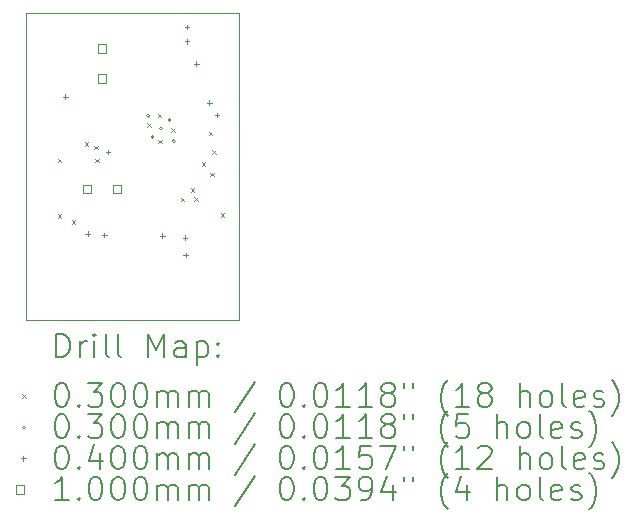
<source format=gbr>
%FSLAX45Y45*%
G04 Gerber Fmt 4.5, Leading zero omitted, Abs format (unit mm)*
G04 Created by KiCad (PCBNEW (6.0.5)) date 2023-11-29 10:09:19*
%MOMM*%
%LPD*%
G01*
G04 APERTURE LIST*
%TA.AperFunction,Profile*%
%ADD10C,0.100000*%
%TD*%
%ADD11C,0.200000*%
%ADD12C,0.030000*%
%ADD13C,0.040000*%
%ADD14C,0.100000*%
G04 APERTURE END LIST*
D10*
X12660000Y-7320000D02*
X14460000Y-7320000D01*
X14460000Y-7320000D02*
X14460000Y-9920000D01*
X14460000Y-9920000D02*
X12660000Y-9920000D01*
X12660000Y-9920000D02*
X12660000Y-7320000D01*
D11*
D12*
X12925000Y-8555000D02*
X12955000Y-8585000D01*
X12955000Y-8555000D02*
X12925000Y-8585000D01*
X12925000Y-9025000D02*
X12955000Y-9055000D01*
X12955000Y-9025000D02*
X12925000Y-9055000D01*
X13045000Y-9075000D02*
X13075000Y-9105000D01*
X13075000Y-9075000D02*
X13045000Y-9105000D01*
X13155000Y-8415000D02*
X13185000Y-8445000D01*
X13185000Y-8415000D02*
X13155000Y-8445000D01*
X13235000Y-8445000D02*
X13265000Y-8475000D01*
X13265000Y-8445000D02*
X13235000Y-8475000D01*
X13245000Y-8555000D02*
X13275000Y-8585000D01*
X13275000Y-8555000D02*
X13245000Y-8585000D01*
X13685000Y-8255000D02*
X13715000Y-8285000D01*
X13715000Y-8255000D02*
X13685000Y-8285000D01*
X13770627Y-8174135D02*
X13800627Y-8204135D01*
X13800627Y-8174135D02*
X13770627Y-8204135D01*
X13777166Y-8392834D02*
X13807166Y-8422834D01*
X13807166Y-8392834D02*
X13777166Y-8422834D01*
X13885000Y-8295000D02*
X13915000Y-8325000D01*
X13915000Y-8295000D02*
X13885000Y-8325000D01*
X13965000Y-8885000D02*
X13995000Y-8915000D01*
X13995000Y-8885000D02*
X13965000Y-8915000D01*
X14052450Y-8805000D02*
X14082450Y-8835000D01*
X14082450Y-8805000D02*
X14052450Y-8835000D01*
X14082912Y-8882912D02*
X14112912Y-8912912D01*
X14112912Y-8882912D02*
X14082912Y-8912912D01*
X14145000Y-8585000D02*
X14175000Y-8615000D01*
X14175000Y-8585000D02*
X14145000Y-8615000D01*
X14205000Y-8325000D02*
X14235000Y-8355000D01*
X14235000Y-8325000D02*
X14205000Y-8355000D01*
X14215000Y-8675000D02*
X14245000Y-8705000D01*
X14245000Y-8675000D02*
X14215000Y-8705000D01*
X14235000Y-8485000D02*
X14265000Y-8515000D01*
X14265000Y-8485000D02*
X14235000Y-8515000D01*
X14305000Y-9015000D02*
X14335000Y-9045000D01*
X14335000Y-9015000D02*
X14305000Y-9045000D01*
X13707166Y-8192166D02*
G75*
G03*
X13707166Y-8192166I-15000J0D01*
G01*
X13742522Y-8372478D02*
G75*
G03*
X13742522Y-8372478I-15000J0D01*
G01*
X13815000Y-8300000D02*
G75*
G03*
X13815000Y-8300000I-15000J0D01*
G01*
X13887478Y-8227522D02*
G75*
G03*
X13887478Y-8227522I-15000J0D01*
G01*
X13922834Y-8407834D02*
G75*
G03*
X13922834Y-8407834I-15000J0D01*
G01*
D13*
X12990000Y-8010000D02*
X12990000Y-8050000D01*
X12970000Y-8030000D02*
X13010000Y-8030000D01*
X13180000Y-9170000D02*
X13180000Y-9210000D01*
X13160000Y-9190000D02*
X13200000Y-9190000D01*
X13320000Y-9180000D02*
X13320000Y-9220000D01*
X13300000Y-9200000D02*
X13340000Y-9200000D01*
X13351300Y-8477900D02*
X13351300Y-8517900D01*
X13331300Y-8497900D02*
X13371300Y-8497900D01*
X13810000Y-9185050D02*
X13810000Y-9225050D01*
X13790000Y-9205050D02*
X13830000Y-9205050D01*
X14002694Y-9202694D02*
X14002694Y-9242694D01*
X13982694Y-9222694D02*
X14022694Y-9222694D01*
X14010000Y-9350000D02*
X14010000Y-9390000D01*
X13990000Y-9370000D02*
X14030000Y-9370000D01*
X14020000Y-7420000D02*
X14020000Y-7460000D01*
X14000000Y-7440000D02*
X14040000Y-7440000D01*
X14020000Y-7540000D02*
X14020000Y-7580000D01*
X14000000Y-7560000D02*
X14040000Y-7560000D01*
X14100000Y-7730000D02*
X14100000Y-7770000D01*
X14080000Y-7750000D02*
X14120000Y-7750000D01*
X14210000Y-8060000D02*
X14210000Y-8100000D01*
X14190000Y-8080000D02*
X14230000Y-8080000D01*
X14275000Y-8165000D02*
X14275000Y-8205000D01*
X14255000Y-8185000D02*
X14295000Y-8185000D01*
D14*
X13208356Y-8845356D02*
X13208356Y-8774644D01*
X13137644Y-8774644D01*
X13137644Y-8845356D01*
X13208356Y-8845356D01*
X13335356Y-7658356D02*
X13335356Y-7587644D01*
X13264644Y-7587644D01*
X13264644Y-7658356D01*
X13335356Y-7658356D01*
X13335356Y-7912356D02*
X13335356Y-7841644D01*
X13264644Y-7841644D01*
X13264644Y-7912356D01*
X13335356Y-7912356D01*
X13462356Y-8845356D02*
X13462356Y-8774644D01*
X13391644Y-8774644D01*
X13391644Y-8845356D01*
X13462356Y-8845356D01*
D11*
X12912619Y-10235476D02*
X12912619Y-10035476D01*
X12960238Y-10035476D01*
X12988809Y-10045000D01*
X13007857Y-10064048D01*
X13017381Y-10083095D01*
X13026905Y-10121190D01*
X13026905Y-10149762D01*
X13017381Y-10187857D01*
X13007857Y-10206905D01*
X12988809Y-10225952D01*
X12960238Y-10235476D01*
X12912619Y-10235476D01*
X13112619Y-10235476D02*
X13112619Y-10102143D01*
X13112619Y-10140238D02*
X13122143Y-10121190D01*
X13131667Y-10111667D01*
X13150714Y-10102143D01*
X13169762Y-10102143D01*
X13236428Y-10235476D02*
X13236428Y-10102143D01*
X13236428Y-10035476D02*
X13226905Y-10045000D01*
X13236428Y-10054524D01*
X13245952Y-10045000D01*
X13236428Y-10035476D01*
X13236428Y-10054524D01*
X13360238Y-10235476D02*
X13341190Y-10225952D01*
X13331667Y-10206905D01*
X13331667Y-10035476D01*
X13465000Y-10235476D02*
X13445952Y-10225952D01*
X13436428Y-10206905D01*
X13436428Y-10035476D01*
X13693571Y-10235476D02*
X13693571Y-10035476D01*
X13760238Y-10178333D01*
X13826905Y-10035476D01*
X13826905Y-10235476D01*
X14007857Y-10235476D02*
X14007857Y-10130714D01*
X13998333Y-10111667D01*
X13979286Y-10102143D01*
X13941190Y-10102143D01*
X13922143Y-10111667D01*
X14007857Y-10225952D02*
X13988809Y-10235476D01*
X13941190Y-10235476D01*
X13922143Y-10225952D01*
X13912619Y-10206905D01*
X13912619Y-10187857D01*
X13922143Y-10168810D01*
X13941190Y-10159286D01*
X13988809Y-10159286D01*
X14007857Y-10149762D01*
X14103095Y-10102143D02*
X14103095Y-10302143D01*
X14103095Y-10111667D02*
X14122143Y-10102143D01*
X14160238Y-10102143D01*
X14179286Y-10111667D01*
X14188809Y-10121190D01*
X14198333Y-10140238D01*
X14198333Y-10197381D01*
X14188809Y-10216429D01*
X14179286Y-10225952D01*
X14160238Y-10235476D01*
X14122143Y-10235476D01*
X14103095Y-10225952D01*
X14284048Y-10216429D02*
X14293571Y-10225952D01*
X14284048Y-10235476D01*
X14274524Y-10225952D01*
X14284048Y-10216429D01*
X14284048Y-10235476D01*
X14284048Y-10111667D02*
X14293571Y-10121190D01*
X14284048Y-10130714D01*
X14274524Y-10121190D01*
X14284048Y-10111667D01*
X14284048Y-10130714D01*
D12*
X12625000Y-10550000D02*
X12655000Y-10580000D01*
X12655000Y-10550000D02*
X12625000Y-10580000D01*
D11*
X12950714Y-10455476D02*
X12969762Y-10455476D01*
X12988809Y-10465000D01*
X12998333Y-10474524D01*
X13007857Y-10493571D01*
X13017381Y-10531667D01*
X13017381Y-10579286D01*
X13007857Y-10617381D01*
X12998333Y-10636429D01*
X12988809Y-10645952D01*
X12969762Y-10655476D01*
X12950714Y-10655476D01*
X12931667Y-10645952D01*
X12922143Y-10636429D01*
X12912619Y-10617381D01*
X12903095Y-10579286D01*
X12903095Y-10531667D01*
X12912619Y-10493571D01*
X12922143Y-10474524D01*
X12931667Y-10465000D01*
X12950714Y-10455476D01*
X13103095Y-10636429D02*
X13112619Y-10645952D01*
X13103095Y-10655476D01*
X13093571Y-10645952D01*
X13103095Y-10636429D01*
X13103095Y-10655476D01*
X13179286Y-10455476D02*
X13303095Y-10455476D01*
X13236428Y-10531667D01*
X13265000Y-10531667D01*
X13284048Y-10541190D01*
X13293571Y-10550714D01*
X13303095Y-10569762D01*
X13303095Y-10617381D01*
X13293571Y-10636429D01*
X13284048Y-10645952D01*
X13265000Y-10655476D01*
X13207857Y-10655476D01*
X13188809Y-10645952D01*
X13179286Y-10636429D01*
X13426905Y-10455476D02*
X13445952Y-10455476D01*
X13465000Y-10465000D01*
X13474524Y-10474524D01*
X13484048Y-10493571D01*
X13493571Y-10531667D01*
X13493571Y-10579286D01*
X13484048Y-10617381D01*
X13474524Y-10636429D01*
X13465000Y-10645952D01*
X13445952Y-10655476D01*
X13426905Y-10655476D01*
X13407857Y-10645952D01*
X13398333Y-10636429D01*
X13388809Y-10617381D01*
X13379286Y-10579286D01*
X13379286Y-10531667D01*
X13388809Y-10493571D01*
X13398333Y-10474524D01*
X13407857Y-10465000D01*
X13426905Y-10455476D01*
X13617381Y-10455476D02*
X13636428Y-10455476D01*
X13655476Y-10465000D01*
X13665000Y-10474524D01*
X13674524Y-10493571D01*
X13684048Y-10531667D01*
X13684048Y-10579286D01*
X13674524Y-10617381D01*
X13665000Y-10636429D01*
X13655476Y-10645952D01*
X13636428Y-10655476D01*
X13617381Y-10655476D01*
X13598333Y-10645952D01*
X13588809Y-10636429D01*
X13579286Y-10617381D01*
X13569762Y-10579286D01*
X13569762Y-10531667D01*
X13579286Y-10493571D01*
X13588809Y-10474524D01*
X13598333Y-10465000D01*
X13617381Y-10455476D01*
X13769762Y-10655476D02*
X13769762Y-10522143D01*
X13769762Y-10541190D02*
X13779286Y-10531667D01*
X13798333Y-10522143D01*
X13826905Y-10522143D01*
X13845952Y-10531667D01*
X13855476Y-10550714D01*
X13855476Y-10655476D01*
X13855476Y-10550714D02*
X13865000Y-10531667D01*
X13884048Y-10522143D01*
X13912619Y-10522143D01*
X13931667Y-10531667D01*
X13941190Y-10550714D01*
X13941190Y-10655476D01*
X14036428Y-10655476D02*
X14036428Y-10522143D01*
X14036428Y-10541190D02*
X14045952Y-10531667D01*
X14065000Y-10522143D01*
X14093571Y-10522143D01*
X14112619Y-10531667D01*
X14122143Y-10550714D01*
X14122143Y-10655476D01*
X14122143Y-10550714D02*
X14131667Y-10531667D01*
X14150714Y-10522143D01*
X14179286Y-10522143D01*
X14198333Y-10531667D01*
X14207857Y-10550714D01*
X14207857Y-10655476D01*
X14598333Y-10445952D02*
X14426905Y-10703095D01*
X14855476Y-10455476D02*
X14874524Y-10455476D01*
X14893571Y-10465000D01*
X14903095Y-10474524D01*
X14912619Y-10493571D01*
X14922143Y-10531667D01*
X14922143Y-10579286D01*
X14912619Y-10617381D01*
X14903095Y-10636429D01*
X14893571Y-10645952D01*
X14874524Y-10655476D01*
X14855476Y-10655476D01*
X14836428Y-10645952D01*
X14826905Y-10636429D01*
X14817381Y-10617381D01*
X14807857Y-10579286D01*
X14807857Y-10531667D01*
X14817381Y-10493571D01*
X14826905Y-10474524D01*
X14836428Y-10465000D01*
X14855476Y-10455476D01*
X15007857Y-10636429D02*
X15017381Y-10645952D01*
X15007857Y-10655476D01*
X14998333Y-10645952D01*
X15007857Y-10636429D01*
X15007857Y-10655476D01*
X15141190Y-10455476D02*
X15160238Y-10455476D01*
X15179286Y-10465000D01*
X15188809Y-10474524D01*
X15198333Y-10493571D01*
X15207857Y-10531667D01*
X15207857Y-10579286D01*
X15198333Y-10617381D01*
X15188809Y-10636429D01*
X15179286Y-10645952D01*
X15160238Y-10655476D01*
X15141190Y-10655476D01*
X15122143Y-10645952D01*
X15112619Y-10636429D01*
X15103095Y-10617381D01*
X15093571Y-10579286D01*
X15093571Y-10531667D01*
X15103095Y-10493571D01*
X15112619Y-10474524D01*
X15122143Y-10465000D01*
X15141190Y-10455476D01*
X15398333Y-10655476D02*
X15284048Y-10655476D01*
X15341190Y-10655476D02*
X15341190Y-10455476D01*
X15322143Y-10484048D01*
X15303095Y-10503095D01*
X15284048Y-10512619D01*
X15588809Y-10655476D02*
X15474524Y-10655476D01*
X15531667Y-10655476D02*
X15531667Y-10455476D01*
X15512619Y-10484048D01*
X15493571Y-10503095D01*
X15474524Y-10512619D01*
X15703095Y-10541190D02*
X15684048Y-10531667D01*
X15674524Y-10522143D01*
X15665000Y-10503095D01*
X15665000Y-10493571D01*
X15674524Y-10474524D01*
X15684048Y-10465000D01*
X15703095Y-10455476D01*
X15741190Y-10455476D01*
X15760238Y-10465000D01*
X15769762Y-10474524D01*
X15779286Y-10493571D01*
X15779286Y-10503095D01*
X15769762Y-10522143D01*
X15760238Y-10531667D01*
X15741190Y-10541190D01*
X15703095Y-10541190D01*
X15684048Y-10550714D01*
X15674524Y-10560238D01*
X15665000Y-10579286D01*
X15665000Y-10617381D01*
X15674524Y-10636429D01*
X15684048Y-10645952D01*
X15703095Y-10655476D01*
X15741190Y-10655476D01*
X15760238Y-10645952D01*
X15769762Y-10636429D01*
X15779286Y-10617381D01*
X15779286Y-10579286D01*
X15769762Y-10560238D01*
X15760238Y-10550714D01*
X15741190Y-10541190D01*
X15855476Y-10455476D02*
X15855476Y-10493571D01*
X15931667Y-10455476D02*
X15931667Y-10493571D01*
X16226905Y-10731667D02*
X16217381Y-10722143D01*
X16198333Y-10693571D01*
X16188809Y-10674524D01*
X16179286Y-10645952D01*
X16169762Y-10598333D01*
X16169762Y-10560238D01*
X16179286Y-10512619D01*
X16188809Y-10484048D01*
X16198333Y-10465000D01*
X16217381Y-10436429D01*
X16226905Y-10426905D01*
X16407857Y-10655476D02*
X16293571Y-10655476D01*
X16350714Y-10655476D02*
X16350714Y-10455476D01*
X16331667Y-10484048D01*
X16312619Y-10503095D01*
X16293571Y-10512619D01*
X16522143Y-10541190D02*
X16503095Y-10531667D01*
X16493571Y-10522143D01*
X16484048Y-10503095D01*
X16484048Y-10493571D01*
X16493571Y-10474524D01*
X16503095Y-10465000D01*
X16522143Y-10455476D01*
X16560238Y-10455476D01*
X16579286Y-10465000D01*
X16588809Y-10474524D01*
X16598333Y-10493571D01*
X16598333Y-10503095D01*
X16588809Y-10522143D01*
X16579286Y-10531667D01*
X16560238Y-10541190D01*
X16522143Y-10541190D01*
X16503095Y-10550714D01*
X16493571Y-10560238D01*
X16484048Y-10579286D01*
X16484048Y-10617381D01*
X16493571Y-10636429D01*
X16503095Y-10645952D01*
X16522143Y-10655476D01*
X16560238Y-10655476D01*
X16579286Y-10645952D01*
X16588809Y-10636429D01*
X16598333Y-10617381D01*
X16598333Y-10579286D01*
X16588809Y-10560238D01*
X16579286Y-10550714D01*
X16560238Y-10541190D01*
X16836429Y-10655476D02*
X16836429Y-10455476D01*
X16922143Y-10655476D02*
X16922143Y-10550714D01*
X16912619Y-10531667D01*
X16893571Y-10522143D01*
X16865000Y-10522143D01*
X16845952Y-10531667D01*
X16836429Y-10541190D01*
X17045952Y-10655476D02*
X17026905Y-10645952D01*
X17017381Y-10636429D01*
X17007857Y-10617381D01*
X17007857Y-10560238D01*
X17017381Y-10541190D01*
X17026905Y-10531667D01*
X17045952Y-10522143D01*
X17074524Y-10522143D01*
X17093571Y-10531667D01*
X17103095Y-10541190D01*
X17112619Y-10560238D01*
X17112619Y-10617381D01*
X17103095Y-10636429D01*
X17093571Y-10645952D01*
X17074524Y-10655476D01*
X17045952Y-10655476D01*
X17226905Y-10655476D02*
X17207857Y-10645952D01*
X17198333Y-10626905D01*
X17198333Y-10455476D01*
X17379286Y-10645952D02*
X17360238Y-10655476D01*
X17322143Y-10655476D01*
X17303095Y-10645952D01*
X17293571Y-10626905D01*
X17293571Y-10550714D01*
X17303095Y-10531667D01*
X17322143Y-10522143D01*
X17360238Y-10522143D01*
X17379286Y-10531667D01*
X17388810Y-10550714D01*
X17388810Y-10569762D01*
X17293571Y-10588810D01*
X17465000Y-10645952D02*
X17484048Y-10655476D01*
X17522143Y-10655476D01*
X17541190Y-10645952D01*
X17550714Y-10626905D01*
X17550714Y-10617381D01*
X17541190Y-10598333D01*
X17522143Y-10588810D01*
X17493571Y-10588810D01*
X17474524Y-10579286D01*
X17465000Y-10560238D01*
X17465000Y-10550714D01*
X17474524Y-10531667D01*
X17493571Y-10522143D01*
X17522143Y-10522143D01*
X17541190Y-10531667D01*
X17617381Y-10731667D02*
X17626905Y-10722143D01*
X17645952Y-10693571D01*
X17655476Y-10674524D01*
X17665000Y-10645952D01*
X17674524Y-10598333D01*
X17674524Y-10560238D01*
X17665000Y-10512619D01*
X17655476Y-10484048D01*
X17645952Y-10465000D01*
X17626905Y-10436429D01*
X17617381Y-10426905D01*
D12*
X12655000Y-10829000D02*
G75*
G03*
X12655000Y-10829000I-15000J0D01*
G01*
D11*
X12950714Y-10719476D02*
X12969762Y-10719476D01*
X12988809Y-10729000D01*
X12998333Y-10738524D01*
X13007857Y-10757571D01*
X13017381Y-10795667D01*
X13017381Y-10843286D01*
X13007857Y-10881381D01*
X12998333Y-10900429D01*
X12988809Y-10909952D01*
X12969762Y-10919476D01*
X12950714Y-10919476D01*
X12931667Y-10909952D01*
X12922143Y-10900429D01*
X12912619Y-10881381D01*
X12903095Y-10843286D01*
X12903095Y-10795667D01*
X12912619Y-10757571D01*
X12922143Y-10738524D01*
X12931667Y-10729000D01*
X12950714Y-10719476D01*
X13103095Y-10900429D02*
X13112619Y-10909952D01*
X13103095Y-10919476D01*
X13093571Y-10909952D01*
X13103095Y-10900429D01*
X13103095Y-10919476D01*
X13179286Y-10719476D02*
X13303095Y-10719476D01*
X13236428Y-10795667D01*
X13265000Y-10795667D01*
X13284048Y-10805190D01*
X13293571Y-10814714D01*
X13303095Y-10833762D01*
X13303095Y-10881381D01*
X13293571Y-10900429D01*
X13284048Y-10909952D01*
X13265000Y-10919476D01*
X13207857Y-10919476D01*
X13188809Y-10909952D01*
X13179286Y-10900429D01*
X13426905Y-10719476D02*
X13445952Y-10719476D01*
X13465000Y-10729000D01*
X13474524Y-10738524D01*
X13484048Y-10757571D01*
X13493571Y-10795667D01*
X13493571Y-10843286D01*
X13484048Y-10881381D01*
X13474524Y-10900429D01*
X13465000Y-10909952D01*
X13445952Y-10919476D01*
X13426905Y-10919476D01*
X13407857Y-10909952D01*
X13398333Y-10900429D01*
X13388809Y-10881381D01*
X13379286Y-10843286D01*
X13379286Y-10795667D01*
X13388809Y-10757571D01*
X13398333Y-10738524D01*
X13407857Y-10729000D01*
X13426905Y-10719476D01*
X13617381Y-10719476D02*
X13636428Y-10719476D01*
X13655476Y-10729000D01*
X13665000Y-10738524D01*
X13674524Y-10757571D01*
X13684048Y-10795667D01*
X13684048Y-10843286D01*
X13674524Y-10881381D01*
X13665000Y-10900429D01*
X13655476Y-10909952D01*
X13636428Y-10919476D01*
X13617381Y-10919476D01*
X13598333Y-10909952D01*
X13588809Y-10900429D01*
X13579286Y-10881381D01*
X13569762Y-10843286D01*
X13569762Y-10795667D01*
X13579286Y-10757571D01*
X13588809Y-10738524D01*
X13598333Y-10729000D01*
X13617381Y-10719476D01*
X13769762Y-10919476D02*
X13769762Y-10786143D01*
X13769762Y-10805190D02*
X13779286Y-10795667D01*
X13798333Y-10786143D01*
X13826905Y-10786143D01*
X13845952Y-10795667D01*
X13855476Y-10814714D01*
X13855476Y-10919476D01*
X13855476Y-10814714D02*
X13865000Y-10795667D01*
X13884048Y-10786143D01*
X13912619Y-10786143D01*
X13931667Y-10795667D01*
X13941190Y-10814714D01*
X13941190Y-10919476D01*
X14036428Y-10919476D02*
X14036428Y-10786143D01*
X14036428Y-10805190D02*
X14045952Y-10795667D01*
X14065000Y-10786143D01*
X14093571Y-10786143D01*
X14112619Y-10795667D01*
X14122143Y-10814714D01*
X14122143Y-10919476D01*
X14122143Y-10814714D02*
X14131667Y-10795667D01*
X14150714Y-10786143D01*
X14179286Y-10786143D01*
X14198333Y-10795667D01*
X14207857Y-10814714D01*
X14207857Y-10919476D01*
X14598333Y-10709952D02*
X14426905Y-10967095D01*
X14855476Y-10719476D02*
X14874524Y-10719476D01*
X14893571Y-10729000D01*
X14903095Y-10738524D01*
X14912619Y-10757571D01*
X14922143Y-10795667D01*
X14922143Y-10843286D01*
X14912619Y-10881381D01*
X14903095Y-10900429D01*
X14893571Y-10909952D01*
X14874524Y-10919476D01*
X14855476Y-10919476D01*
X14836428Y-10909952D01*
X14826905Y-10900429D01*
X14817381Y-10881381D01*
X14807857Y-10843286D01*
X14807857Y-10795667D01*
X14817381Y-10757571D01*
X14826905Y-10738524D01*
X14836428Y-10729000D01*
X14855476Y-10719476D01*
X15007857Y-10900429D02*
X15017381Y-10909952D01*
X15007857Y-10919476D01*
X14998333Y-10909952D01*
X15007857Y-10900429D01*
X15007857Y-10919476D01*
X15141190Y-10719476D02*
X15160238Y-10719476D01*
X15179286Y-10729000D01*
X15188809Y-10738524D01*
X15198333Y-10757571D01*
X15207857Y-10795667D01*
X15207857Y-10843286D01*
X15198333Y-10881381D01*
X15188809Y-10900429D01*
X15179286Y-10909952D01*
X15160238Y-10919476D01*
X15141190Y-10919476D01*
X15122143Y-10909952D01*
X15112619Y-10900429D01*
X15103095Y-10881381D01*
X15093571Y-10843286D01*
X15093571Y-10795667D01*
X15103095Y-10757571D01*
X15112619Y-10738524D01*
X15122143Y-10729000D01*
X15141190Y-10719476D01*
X15398333Y-10919476D02*
X15284048Y-10919476D01*
X15341190Y-10919476D02*
X15341190Y-10719476D01*
X15322143Y-10748048D01*
X15303095Y-10767095D01*
X15284048Y-10776619D01*
X15588809Y-10919476D02*
X15474524Y-10919476D01*
X15531667Y-10919476D02*
X15531667Y-10719476D01*
X15512619Y-10748048D01*
X15493571Y-10767095D01*
X15474524Y-10776619D01*
X15703095Y-10805190D02*
X15684048Y-10795667D01*
X15674524Y-10786143D01*
X15665000Y-10767095D01*
X15665000Y-10757571D01*
X15674524Y-10738524D01*
X15684048Y-10729000D01*
X15703095Y-10719476D01*
X15741190Y-10719476D01*
X15760238Y-10729000D01*
X15769762Y-10738524D01*
X15779286Y-10757571D01*
X15779286Y-10767095D01*
X15769762Y-10786143D01*
X15760238Y-10795667D01*
X15741190Y-10805190D01*
X15703095Y-10805190D01*
X15684048Y-10814714D01*
X15674524Y-10824238D01*
X15665000Y-10843286D01*
X15665000Y-10881381D01*
X15674524Y-10900429D01*
X15684048Y-10909952D01*
X15703095Y-10919476D01*
X15741190Y-10919476D01*
X15760238Y-10909952D01*
X15769762Y-10900429D01*
X15779286Y-10881381D01*
X15779286Y-10843286D01*
X15769762Y-10824238D01*
X15760238Y-10814714D01*
X15741190Y-10805190D01*
X15855476Y-10719476D02*
X15855476Y-10757571D01*
X15931667Y-10719476D02*
X15931667Y-10757571D01*
X16226905Y-10995667D02*
X16217381Y-10986143D01*
X16198333Y-10957571D01*
X16188809Y-10938524D01*
X16179286Y-10909952D01*
X16169762Y-10862333D01*
X16169762Y-10824238D01*
X16179286Y-10776619D01*
X16188809Y-10748048D01*
X16198333Y-10729000D01*
X16217381Y-10700429D01*
X16226905Y-10690905D01*
X16398333Y-10719476D02*
X16303095Y-10719476D01*
X16293571Y-10814714D01*
X16303095Y-10805190D01*
X16322143Y-10795667D01*
X16369762Y-10795667D01*
X16388809Y-10805190D01*
X16398333Y-10814714D01*
X16407857Y-10833762D01*
X16407857Y-10881381D01*
X16398333Y-10900429D01*
X16388809Y-10909952D01*
X16369762Y-10919476D01*
X16322143Y-10919476D01*
X16303095Y-10909952D01*
X16293571Y-10900429D01*
X16645952Y-10919476D02*
X16645952Y-10719476D01*
X16731667Y-10919476D02*
X16731667Y-10814714D01*
X16722143Y-10795667D01*
X16703095Y-10786143D01*
X16674524Y-10786143D01*
X16655476Y-10795667D01*
X16645952Y-10805190D01*
X16855476Y-10919476D02*
X16836429Y-10909952D01*
X16826905Y-10900429D01*
X16817381Y-10881381D01*
X16817381Y-10824238D01*
X16826905Y-10805190D01*
X16836429Y-10795667D01*
X16855476Y-10786143D01*
X16884048Y-10786143D01*
X16903095Y-10795667D01*
X16912619Y-10805190D01*
X16922143Y-10824238D01*
X16922143Y-10881381D01*
X16912619Y-10900429D01*
X16903095Y-10909952D01*
X16884048Y-10919476D01*
X16855476Y-10919476D01*
X17036429Y-10919476D02*
X17017381Y-10909952D01*
X17007857Y-10890905D01*
X17007857Y-10719476D01*
X17188810Y-10909952D02*
X17169762Y-10919476D01*
X17131667Y-10919476D01*
X17112619Y-10909952D01*
X17103095Y-10890905D01*
X17103095Y-10814714D01*
X17112619Y-10795667D01*
X17131667Y-10786143D01*
X17169762Y-10786143D01*
X17188810Y-10795667D01*
X17198333Y-10814714D01*
X17198333Y-10833762D01*
X17103095Y-10852810D01*
X17274524Y-10909952D02*
X17293571Y-10919476D01*
X17331667Y-10919476D01*
X17350714Y-10909952D01*
X17360238Y-10890905D01*
X17360238Y-10881381D01*
X17350714Y-10862333D01*
X17331667Y-10852810D01*
X17303095Y-10852810D01*
X17284048Y-10843286D01*
X17274524Y-10824238D01*
X17274524Y-10814714D01*
X17284048Y-10795667D01*
X17303095Y-10786143D01*
X17331667Y-10786143D01*
X17350714Y-10795667D01*
X17426905Y-10995667D02*
X17436429Y-10986143D01*
X17455476Y-10957571D01*
X17465000Y-10938524D01*
X17474524Y-10909952D01*
X17484048Y-10862333D01*
X17484048Y-10824238D01*
X17474524Y-10776619D01*
X17465000Y-10748048D01*
X17455476Y-10729000D01*
X17436429Y-10700429D01*
X17426905Y-10690905D01*
D13*
X12635000Y-11073000D02*
X12635000Y-11113000D01*
X12615000Y-11093000D02*
X12655000Y-11093000D01*
D11*
X12950714Y-10983476D02*
X12969762Y-10983476D01*
X12988809Y-10993000D01*
X12998333Y-11002524D01*
X13007857Y-11021571D01*
X13017381Y-11059667D01*
X13017381Y-11107286D01*
X13007857Y-11145381D01*
X12998333Y-11164429D01*
X12988809Y-11173952D01*
X12969762Y-11183476D01*
X12950714Y-11183476D01*
X12931667Y-11173952D01*
X12922143Y-11164429D01*
X12912619Y-11145381D01*
X12903095Y-11107286D01*
X12903095Y-11059667D01*
X12912619Y-11021571D01*
X12922143Y-11002524D01*
X12931667Y-10993000D01*
X12950714Y-10983476D01*
X13103095Y-11164429D02*
X13112619Y-11173952D01*
X13103095Y-11183476D01*
X13093571Y-11173952D01*
X13103095Y-11164429D01*
X13103095Y-11183476D01*
X13284048Y-11050143D02*
X13284048Y-11183476D01*
X13236428Y-10973952D02*
X13188809Y-11116810D01*
X13312619Y-11116810D01*
X13426905Y-10983476D02*
X13445952Y-10983476D01*
X13465000Y-10993000D01*
X13474524Y-11002524D01*
X13484048Y-11021571D01*
X13493571Y-11059667D01*
X13493571Y-11107286D01*
X13484048Y-11145381D01*
X13474524Y-11164429D01*
X13465000Y-11173952D01*
X13445952Y-11183476D01*
X13426905Y-11183476D01*
X13407857Y-11173952D01*
X13398333Y-11164429D01*
X13388809Y-11145381D01*
X13379286Y-11107286D01*
X13379286Y-11059667D01*
X13388809Y-11021571D01*
X13398333Y-11002524D01*
X13407857Y-10993000D01*
X13426905Y-10983476D01*
X13617381Y-10983476D02*
X13636428Y-10983476D01*
X13655476Y-10993000D01*
X13665000Y-11002524D01*
X13674524Y-11021571D01*
X13684048Y-11059667D01*
X13684048Y-11107286D01*
X13674524Y-11145381D01*
X13665000Y-11164429D01*
X13655476Y-11173952D01*
X13636428Y-11183476D01*
X13617381Y-11183476D01*
X13598333Y-11173952D01*
X13588809Y-11164429D01*
X13579286Y-11145381D01*
X13569762Y-11107286D01*
X13569762Y-11059667D01*
X13579286Y-11021571D01*
X13588809Y-11002524D01*
X13598333Y-10993000D01*
X13617381Y-10983476D01*
X13769762Y-11183476D02*
X13769762Y-11050143D01*
X13769762Y-11069190D02*
X13779286Y-11059667D01*
X13798333Y-11050143D01*
X13826905Y-11050143D01*
X13845952Y-11059667D01*
X13855476Y-11078714D01*
X13855476Y-11183476D01*
X13855476Y-11078714D02*
X13865000Y-11059667D01*
X13884048Y-11050143D01*
X13912619Y-11050143D01*
X13931667Y-11059667D01*
X13941190Y-11078714D01*
X13941190Y-11183476D01*
X14036428Y-11183476D02*
X14036428Y-11050143D01*
X14036428Y-11069190D02*
X14045952Y-11059667D01*
X14065000Y-11050143D01*
X14093571Y-11050143D01*
X14112619Y-11059667D01*
X14122143Y-11078714D01*
X14122143Y-11183476D01*
X14122143Y-11078714D02*
X14131667Y-11059667D01*
X14150714Y-11050143D01*
X14179286Y-11050143D01*
X14198333Y-11059667D01*
X14207857Y-11078714D01*
X14207857Y-11183476D01*
X14598333Y-10973952D02*
X14426905Y-11231095D01*
X14855476Y-10983476D02*
X14874524Y-10983476D01*
X14893571Y-10993000D01*
X14903095Y-11002524D01*
X14912619Y-11021571D01*
X14922143Y-11059667D01*
X14922143Y-11107286D01*
X14912619Y-11145381D01*
X14903095Y-11164429D01*
X14893571Y-11173952D01*
X14874524Y-11183476D01*
X14855476Y-11183476D01*
X14836428Y-11173952D01*
X14826905Y-11164429D01*
X14817381Y-11145381D01*
X14807857Y-11107286D01*
X14807857Y-11059667D01*
X14817381Y-11021571D01*
X14826905Y-11002524D01*
X14836428Y-10993000D01*
X14855476Y-10983476D01*
X15007857Y-11164429D02*
X15017381Y-11173952D01*
X15007857Y-11183476D01*
X14998333Y-11173952D01*
X15007857Y-11164429D01*
X15007857Y-11183476D01*
X15141190Y-10983476D02*
X15160238Y-10983476D01*
X15179286Y-10993000D01*
X15188809Y-11002524D01*
X15198333Y-11021571D01*
X15207857Y-11059667D01*
X15207857Y-11107286D01*
X15198333Y-11145381D01*
X15188809Y-11164429D01*
X15179286Y-11173952D01*
X15160238Y-11183476D01*
X15141190Y-11183476D01*
X15122143Y-11173952D01*
X15112619Y-11164429D01*
X15103095Y-11145381D01*
X15093571Y-11107286D01*
X15093571Y-11059667D01*
X15103095Y-11021571D01*
X15112619Y-11002524D01*
X15122143Y-10993000D01*
X15141190Y-10983476D01*
X15398333Y-11183476D02*
X15284048Y-11183476D01*
X15341190Y-11183476D02*
X15341190Y-10983476D01*
X15322143Y-11012048D01*
X15303095Y-11031095D01*
X15284048Y-11040619D01*
X15579286Y-10983476D02*
X15484048Y-10983476D01*
X15474524Y-11078714D01*
X15484048Y-11069190D01*
X15503095Y-11059667D01*
X15550714Y-11059667D01*
X15569762Y-11069190D01*
X15579286Y-11078714D01*
X15588809Y-11097762D01*
X15588809Y-11145381D01*
X15579286Y-11164429D01*
X15569762Y-11173952D01*
X15550714Y-11183476D01*
X15503095Y-11183476D01*
X15484048Y-11173952D01*
X15474524Y-11164429D01*
X15655476Y-10983476D02*
X15788809Y-10983476D01*
X15703095Y-11183476D01*
X15855476Y-10983476D02*
X15855476Y-11021571D01*
X15931667Y-10983476D02*
X15931667Y-11021571D01*
X16226905Y-11259667D02*
X16217381Y-11250143D01*
X16198333Y-11221571D01*
X16188809Y-11202524D01*
X16179286Y-11173952D01*
X16169762Y-11126333D01*
X16169762Y-11088238D01*
X16179286Y-11040619D01*
X16188809Y-11012048D01*
X16198333Y-10993000D01*
X16217381Y-10964429D01*
X16226905Y-10954905D01*
X16407857Y-11183476D02*
X16293571Y-11183476D01*
X16350714Y-11183476D02*
X16350714Y-10983476D01*
X16331667Y-11012048D01*
X16312619Y-11031095D01*
X16293571Y-11040619D01*
X16484048Y-11002524D02*
X16493571Y-10993000D01*
X16512619Y-10983476D01*
X16560238Y-10983476D01*
X16579286Y-10993000D01*
X16588809Y-11002524D01*
X16598333Y-11021571D01*
X16598333Y-11040619D01*
X16588809Y-11069190D01*
X16474524Y-11183476D01*
X16598333Y-11183476D01*
X16836429Y-11183476D02*
X16836429Y-10983476D01*
X16922143Y-11183476D02*
X16922143Y-11078714D01*
X16912619Y-11059667D01*
X16893571Y-11050143D01*
X16865000Y-11050143D01*
X16845952Y-11059667D01*
X16836429Y-11069190D01*
X17045952Y-11183476D02*
X17026905Y-11173952D01*
X17017381Y-11164429D01*
X17007857Y-11145381D01*
X17007857Y-11088238D01*
X17017381Y-11069190D01*
X17026905Y-11059667D01*
X17045952Y-11050143D01*
X17074524Y-11050143D01*
X17093571Y-11059667D01*
X17103095Y-11069190D01*
X17112619Y-11088238D01*
X17112619Y-11145381D01*
X17103095Y-11164429D01*
X17093571Y-11173952D01*
X17074524Y-11183476D01*
X17045952Y-11183476D01*
X17226905Y-11183476D02*
X17207857Y-11173952D01*
X17198333Y-11154905D01*
X17198333Y-10983476D01*
X17379286Y-11173952D02*
X17360238Y-11183476D01*
X17322143Y-11183476D01*
X17303095Y-11173952D01*
X17293571Y-11154905D01*
X17293571Y-11078714D01*
X17303095Y-11059667D01*
X17322143Y-11050143D01*
X17360238Y-11050143D01*
X17379286Y-11059667D01*
X17388810Y-11078714D01*
X17388810Y-11097762D01*
X17293571Y-11116810D01*
X17465000Y-11173952D02*
X17484048Y-11183476D01*
X17522143Y-11183476D01*
X17541190Y-11173952D01*
X17550714Y-11154905D01*
X17550714Y-11145381D01*
X17541190Y-11126333D01*
X17522143Y-11116810D01*
X17493571Y-11116810D01*
X17474524Y-11107286D01*
X17465000Y-11088238D01*
X17465000Y-11078714D01*
X17474524Y-11059667D01*
X17493571Y-11050143D01*
X17522143Y-11050143D01*
X17541190Y-11059667D01*
X17617381Y-11259667D02*
X17626905Y-11250143D01*
X17645952Y-11221571D01*
X17655476Y-11202524D01*
X17665000Y-11173952D01*
X17674524Y-11126333D01*
X17674524Y-11088238D01*
X17665000Y-11040619D01*
X17655476Y-11012048D01*
X17645952Y-10993000D01*
X17626905Y-10964429D01*
X17617381Y-10954905D01*
D14*
X12640356Y-11392356D02*
X12640356Y-11321644D01*
X12569644Y-11321644D01*
X12569644Y-11392356D01*
X12640356Y-11392356D01*
D11*
X13017381Y-11447476D02*
X12903095Y-11447476D01*
X12960238Y-11447476D02*
X12960238Y-11247476D01*
X12941190Y-11276048D01*
X12922143Y-11295095D01*
X12903095Y-11304619D01*
X13103095Y-11428428D02*
X13112619Y-11437952D01*
X13103095Y-11447476D01*
X13093571Y-11437952D01*
X13103095Y-11428428D01*
X13103095Y-11447476D01*
X13236428Y-11247476D02*
X13255476Y-11247476D01*
X13274524Y-11257000D01*
X13284048Y-11266524D01*
X13293571Y-11285571D01*
X13303095Y-11323667D01*
X13303095Y-11371286D01*
X13293571Y-11409381D01*
X13284048Y-11428428D01*
X13274524Y-11437952D01*
X13255476Y-11447476D01*
X13236428Y-11447476D01*
X13217381Y-11437952D01*
X13207857Y-11428428D01*
X13198333Y-11409381D01*
X13188809Y-11371286D01*
X13188809Y-11323667D01*
X13198333Y-11285571D01*
X13207857Y-11266524D01*
X13217381Y-11257000D01*
X13236428Y-11247476D01*
X13426905Y-11247476D02*
X13445952Y-11247476D01*
X13465000Y-11257000D01*
X13474524Y-11266524D01*
X13484048Y-11285571D01*
X13493571Y-11323667D01*
X13493571Y-11371286D01*
X13484048Y-11409381D01*
X13474524Y-11428428D01*
X13465000Y-11437952D01*
X13445952Y-11447476D01*
X13426905Y-11447476D01*
X13407857Y-11437952D01*
X13398333Y-11428428D01*
X13388809Y-11409381D01*
X13379286Y-11371286D01*
X13379286Y-11323667D01*
X13388809Y-11285571D01*
X13398333Y-11266524D01*
X13407857Y-11257000D01*
X13426905Y-11247476D01*
X13617381Y-11247476D02*
X13636428Y-11247476D01*
X13655476Y-11257000D01*
X13665000Y-11266524D01*
X13674524Y-11285571D01*
X13684048Y-11323667D01*
X13684048Y-11371286D01*
X13674524Y-11409381D01*
X13665000Y-11428428D01*
X13655476Y-11437952D01*
X13636428Y-11447476D01*
X13617381Y-11447476D01*
X13598333Y-11437952D01*
X13588809Y-11428428D01*
X13579286Y-11409381D01*
X13569762Y-11371286D01*
X13569762Y-11323667D01*
X13579286Y-11285571D01*
X13588809Y-11266524D01*
X13598333Y-11257000D01*
X13617381Y-11247476D01*
X13769762Y-11447476D02*
X13769762Y-11314143D01*
X13769762Y-11333190D02*
X13779286Y-11323667D01*
X13798333Y-11314143D01*
X13826905Y-11314143D01*
X13845952Y-11323667D01*
X13855476Y-11342714D01*
X13855476Y-11447476D01*
X13855476Y-11342714D02*
X13865000Y-11323667D01*
X13884048Y-11314143D01*
X13912619Y-11314143D01*
X13931667Y-11323667D01*
X13941190Y-11342714D01*
X13941190Y-11447476D01*
X14036428Y-11447476D02*
X14036428Y-11314143D01*
X14036428Y-11333190D02*
X14045952Y-11323667D01*
X14065000Y-11314143D01*
X14093571Y-11314143D01*
X14112619Y-11323667D01*
X14122143Y-11342714D01*
X14122143Y-11447476D01*
X14122143Y-11342714D02*
X14131667Y-11323667D01*
X14150714Y-11314143D01*
X14179286Y-11314143D01*
X14198333Y-11323667D01*
X14207857Y-11342714D01*
X14207857Y-11447476D01*
X14598333Y-11237952D02*
X14426905Y-11495095D01*
X14855476Y-11247476D02*
X14874524Y-11247476D01*
X14893571Y-11257000D01*
X14903095Y-11266524D01*
X14912619Y-11285571D01*
X14922143Y-11323667D01*
X14922143Y-11371286D01*
X14912619Y-11409381D01*
X14903095Y-11428428D01*
X14893571Y-11437952D01*
X14874524Y-11447476D01*
X14855476Y-11447476D01*
X14836428Y-11437952D01*
X14826905Y-11428428D01*
X14817381Y-11409381D01*
X14807857Y-11371286D01*
X14807857Y-11323667D01*
X14817381Y-11285571D01*
X14826905Y-11266524D01*
X14836428Y-11257000D01*
X14855476Y-11247476D01*
X15007857Y-11428428D02*
X15017381Y-11437952D01*
X15007857Y-11447476D01*
X14998333Y-11437952D01*
X15007857Y-11428428D01*
X15007857Y-11447476D01*
X15141190Y-11247476D02*
X15160238Y-11247476D01*
X15179286Y-11257000D01*
X15188809Y-11266524D01*
X15198333Y-11285571D01*
X15207857Y-11323667D01*
X15207857Y-11371286D01*
X15198333Y-11409381D01*
X15188809Y-11428428D01*
X15179286Y-11437952D01*
X15160238Y-11447476D01*
X15141190Y-11447476D01*
X15122143Y-11437952D01*
X15112619Y-11428428D01*
X15103095Y-11409381D01*
X15093571Y-11371286D01*
X15093571Y-11323667D01*
X15103095Y-11285571D01*
X15112619Y-11266524D01*
X15122143Y-11257000D01*
X15141190Y-11247476D01*
X15274524Y-11247476D02*
X15398333Y-11247476D01*
X15331667Y-11323667D01*
X15360238Y-11323667D01*
X15379286Y-11333190D01*
X15388809Y-11342714D01*
X15398333Y-11361762D01*
X15398333Y-11409381D01*
X15388809Y-11428428D01*
X15379286Y-11437952D01*
X15360238Y-11447476D01*
X15303095Y-11447476D01*
X15284048Y-11437952D01*
X15274524Y-11428428D01*
X15493571Y-11447476D02*
X15531667Y-11447476D01*
X15550714Y-11437952D01*
X15560238Y-11428428D01*
X15579286Y-11399857D01*
X15588809Y-11361762D01*
X15588809Y-11285571D01*
X15579286Y-11266524D01*
X15569762Y-11257000D01*
X15550714Y-11247476D01*
X15512619Y-11247476D01*
X15493571Y-11257000D01*
X15484048Y-11266524D01*
X15474524Y-11285571D01*
X15474524Y-11333190D01*
X15484048Y-11352238D01*
X15493571Y-11361762D01*
X15512619Y-11371286D01*
X15550714Y-11371286D01*
X15569762Y-11361762D01*
X15579286Y-11352238D01*
X15588809Y-11333190D01*
X15760238Y-11314143D02*
X15760238Y-11447476D01*
X15712619Y-11237952D02*
X15665000Y-11380809D01*
X15788809Y-11380809D01*
X15855476Y-11247476D02*
X15855476Y-11285571D01*
X15931667Y-11247476D02*
X15931667Y-11285571D01*
X16226905Y-11523667D02*
X16217381Y-11514143D01*
X16198333Y-11485571D01*
X16188809Y-11466524D01*
X16179286Y-11437952D01*
X16169762Y-11390333D01*
X16169762Y-11352238D01*
X16179286Y-11304619D01*
X16188809Y-11276048D01*
X16198333Y-11257000D01*
X16217381Y-11228428D01*
X16226905Y-11218905D01*
X16388809Y-11314143D02*
X16388809Y-11447476D01*
X16341190Y-11237952D02*
X16293571Y-11380809D01*
X16417381Y-11380809D01*
X16645952Y-11447476D02*
X16645952Y-11247476D01*
X16731667Y-11447476D02*
X16731667Y-11342714D01*
X16722143Y-11323667D01*
X16703095Y-11314143D01*
X16674524Y-11314143D01*
X16655476Y-11323667D01*
X16645952Y-11333190D01*
X16855476Y-11447476D02*
X16836429Y-11437952D01*
X16826905Y-11428428D01*
X16817381Y-11409381D01*
X16817381Y-11352238D01*
X16826905Y-11333190D01*
X16836429Y-11323667D01*
X16855476Y-11314143D01*
X16884048Y-11314143D01*
X16903095Y-11323667D01*
X16912619Y-11333190D01*
X16922143Y-11352238D01*
X16922143Y-11409381D01*
X16912619Y-11428428D01*
X16903095Y-11437952D01*
X16884048Y-11447476D01*
X16855476Y-11447476D01*
X17036429Y-11447476D02*
X17017381Y-11437952D01*
X17007857Y-11418905D01*
X17007857Y-11247476D01*
X17188810Y-11437952D02*
X17169762Y-11447476D01*
X17131667Y-11447476D01*
X17112619Y-11437952D01*
X17103095Y-11418905D01*
X17103095Y-11342714D01*
X17112619Y-11323667D01*
X17131667Y-11314143D01*
X17169762Y-11314143D01*
X17188810Y-11323667D01*
X17198333Y-11342714D01*
X17198333Y-11361762D01*
X17103095Y-11380809D01*
X17274524Y-11437952D02*
X17293571Y-11447476D01*
X17331667Y-11447476D01*
X17350714Y-11437952D01*
X17360238Y-11418905D01*
X17360238Y-11409381D01*
X17350714Y-11390333D01*
X17331667Y-11380809D01*
X17303095Y-11380809D01*
X17284048Y-11371286D01*
X17274524Y-11352238D01*
X17274524Y-11342714D01*
X17284048Y-11323667D01*
X17303095Y-11314143D01*
X17331667Y-11314143D01*
X17350714Y-11323667D01*
X17426905Y-11523667D02*
X17436429Y-11514143D01*
X17455476Y-11485571D01*
X17465000Y-11466524D01*
X17474524Y-11437952D01*
X17484048Y-11390333D01*
X17484048Y-11352238D01*
X17474524Y-11304619D01*
X17465000Y-11276048D01*
X17455476Y-11257000D01*
X17436429Y-11228428D01*
X17426905Y-11218905D01*
M02*

</source>
